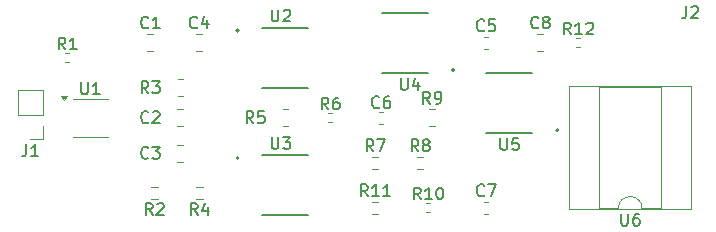
<source format=gbr>
%TF.GenerationSoftware,KiCad,Pcbnew,8.0.4*%
%TF.CreationDate,2024-11-18T10:18:22-08:00*%
%TF.ProjectId,Channel,4368616e-6e65-46c2-9e6b-696361645f70,rev?*%
%TF.SameCoordinates,Original*%
%TF.FileFunction,Legend,Top*%
%TF.FilePolarity,Positive*%
%FSLAX46Y46*%
G04 Gerber Fmt 4.6, Leading zero omitted, Abs format (unit mm)*
G04 Created by KiCad (PCBNEW 8.0.4) date 2024-11-18 10:18:22*
%MOMM*%
%LPD*%
G01*
G04 APERTURE LIST*
%ADD10C,0.150000*%
%ADD11C,0.120000*%
%ADD12C,0.127000*%
%ADD13C,0.200000*%
G04 APERTURE END LIST*
D10*
X135556666Y-71844819D02*
X135556666Y-72559104D01*
X135556666Y-72559104D02*
X135509047Y-72701961D01*
X135509047Y-72701961D02*
X135413809Y-72797200D01*
X135413809Y-72797200D02*
X135270952Y-72844819D01*
X135270952Y-72844819D02*
X135175714Y-72844819D01*
X135985238Y-71940057D02*
X136032857Y-71892438D01*
X136032857Y-71892438D02*
X136128095Y-71844819D01*
X136128095Y-71844819D02*
X136366190Y-71844819D01*
X136366190Y-71844819D02*
X136461428Y-71892438D01*
X136461428Y-71892438D02*
X136509047Y-71940057D01*
X136509047Y-71940057D02*
X136556666Y-72035295D01*
X136556666Y-72035295D02*
X136556666Y-72130533D01*
X136556666Y-72130533D02*
X136509047Y-72273390D01*
X136509047Y-72273390D02*
X135937619Y-72844819D01*
X135937619Y-72844819D02*
X136556666Y-72844819D01*
X130038095Y-89404819D02*
X130038095Y-90214342D01*
X130038095Y-90214342D02*
X130085714Y-90309580D01*
X130085714Y-90309580D02*
X130133333Y-90357200D01*
X130133333Y-90357200D02*
X130228571Y-90404819D01*
X130228571Y-90404819D02*
X130419047Y-90404819D01*
X130419047Y-90404819D02*
X130514285Y-90357200D01*
X130514285Y-90357200D02*
X130561904Y-90309580D01*
X130561904Y-90309580D02*
X130609523Y-90214342D01*
X130609523Y-90214342D02*
X130609523Y-89404819D01*
X131514285Y-89404819D02*
X131323809Y-89404819D01*
X131323809Y-89404819D02*
X131228571Y-89452438D01*
X131228571Y-89452438D02*
X131180952Y-89500057D01*
X131180952Y-89500057D02*
X131085714Y-89642914D01*
X131085714Y-89642914D02*
X131038095Y-89833390D01*
X131038095Y-89833390D02*
X131038095Y-90214342D01*
X131038095Y-90214342D02*
X131085714Y-90309580D01*
X131085714Y-90309580D02*
X131133333Y-90357200D01*
X131133333Y-90357200D02*
X131228571Y-90404819D01*
X131228571Y-90404819D02*
X131419047Y-90404819D01*
X131419047Y-90404819D02*
X131514285Y-90357200D01*
X131514285Y-90357200D02*
X131561904Y-90309580D01*
X131561904Y-90309580D02*
X131609523Y-90214342D01*
X131609523Y-90214342D02*
X131609523Y-89976247D01*
X131609523Y-89976247D02*
X131561904Y-89881009D01*
X131561904Y-89881009D02*
X131514285Y-89833390D01*
X131514285Y-89833390D02*
X131419047Y-89785771D01*
X131419047Y-89785771D02*
X131228571Y-89785771D01*
X131228571Y-89785771D02*
X131133333Y-89833390D01*
X131133333Y-89833390D02*
X131085714Y-89881009D01*
X131085714Y-89881009D02*
X131038095Y-89976247D01*
X118438333Y-87829580D02*
X118390714Y-87877200D01*
X118390714Y-87877200D02*
X118247857Y-87924819D01*
X118247857Y-87924819D02*
X118152619Y-87924819D01*
X118152619Y-87924819D02*
X118009762Y-87877200D01*
X118009762Y-87877200D02*
X117914524Y-87781961D01*
X117914524Y-87781961D02*
X117866905Y-87686723D01*
X117866905Y-87686723D02*
X117819286Y-87496247D01*
X117819286Y-87496247D02*
X117819286Y-87353390D01*
X117819286Y-87353390D02*
X117866905Y-87162914D01*
X117866905Y-87162914D02*
X117914524Y-87067676D01*
X117914524Y-87067676D02*
X118009762Y-86972438D01*
X118009762Y-86972438D02*
X118152619Y-86924819D01*
X118152619Y-86924819D02*
X118247857Y-86924819D01*
X118247857Y-86924819D02*
X118390714Y-86972438D01*
X118390714Y-86972438D02*
X118438333Y-87020057D01*
X118771667Y-86924819D02*
X119438333Y-86924819D01*
X119438333Y-86924819D02*
X119009762Y-87924819D01*
X84328095Y-78284819D02*
X84328095Y-79094342D01*
X84328095Y-79094342D02*
X84375714Y-79189580D01*
X84375714Y-79189580D02*
X84423333Y-79237200D01*
X84423333Y-79237200D02*
X84518571Y-79284819D01*
X84518571Y-79284819D02*
X84709047Y-79284819D01*
X84709047Y-79284819D02*
X84804285Y-79237200D01*
X84804285Y-79237200D02*
X84851904Y-79189580D01*
X84851904Y-79189580D02*
X84899523Y-79094342D01*
X84899523Y-79094342D02*
X84899523Y-78284819D01*
X85899523Y-79284819D02*
X85328095Y-79284819D01*
X85613809Y-79284819D02*
X85613809Y-78284819D01*
X85613809Y-78284819D02*
X85518571Y-78427676D01*
X85518571Y-78427676D02*
X85423333Y-78522914D01*
X85423333Y-78522914D02*
X85328095Y-78570533D01*
X90003333Y-84649580D02*
X89955714Y-84697200D01*
X89955714Y-84697200D02*
X89812857Y-84744819D01*
X89812857Y-84744819D02*
X89717619Y-84744819D01*
X89717619Y-84744819D02*
X89574762Y-84697200D01*
X89574762Y-84697200D02*
X89479524Y-84601961D01*
X89479524Y-84601961D02*
X89431905Y-84506723D01*
X89431905Y-84506723D02*
X89384286Y-84316247D01*
X89384286Y-84316247D02*
X89384286Y-84173390D01*
X89384286Y-84173390D02*
X89431905Y-83982914D01*
X89431905Y-83982914D02*
X89479524Y-83887676D01*
X89479524Y-83887676D02*
X89574762Y-83792438D01*
X89574762Y-83792438D02*
X89717619Y-83744819D01*
X89717619Y-83744819D02*
X89812857Y-83744819D01*
X89812857Y-83744819D02*
X89955714Y-83792438D01*
X89955714Y-83792438D02*
X90003333Y-83840057D01*
X90336667Y-83744819D02*
X90955714Y-83744819D01*
X90955714Y-83744819D02*
X90622381Y-84125771D01*
X90622381Y-84125771D02*
X90765238Y-84125771D01*
X90765238Y-84125771D02*
X90860476Y-84173390D01*
X90860476Y-84173390D02*
X90908095Y-84221009D01*
X90908095Y-84221009D02*
X90955714Y-84316247D01*
X90955714Y-84316247D02*
X90955714Y-84554342D01*
X90955714Y-84554342D02*
X90908095Y-84649580D01*
X90908095Y-84649580D02*
X90860476Y-84697200D01*
X90860476Y-84697200D02*
X90765238Y-84744819D01*
X90765238Y-84744819D02*
X90479524Y-84744819D01*
X90479524Y-84744819D02*
X90384286Y-84697200D01*
X90384286Y-84697200D02*
X90336667Y-84649580D01*
X90003333Y-81639580D02*
X89955714Y-81687200D01*
X89955714Y-81687200D02*
X89812857Y-81734819D01*
X89812857Y-81734819D02*
X89717619Y-81734819D01*
X89717619Y-81734819D02*
X89574762Y-81687200D01*
X89574762Y-81687200D02*
X89479524Y-81591961D01*
X89479524Y-81591961D02*
X89431905Y-81496723D01*
X89431905Y-81496723D02*
X89384286Y-81306247D01*
X89384286Y-81306247D02*
X89384286Y-81163390D01*
X89384286Y-81163390D02*
X89431905Y-80972914D01*
X89431905Y-80972914D02*
X89479524Y-80877676D01*
X89479524Y-80877676D02*
X89574762Y-80782438D01*
X89574762Y-80782438D02*
X89717619Y-80734819D01*
X89717619Y-80734819D02*
X89812857Y-80734819D01*
X89812857Y-80734819D02*
X89955714Y-80782438D01*
X89955714Y-80782438D02*
X90003333Y-80830057D01*
X90384286Y-80830057D02*
X90431905Y-80782438D01*
X90431905Y-80782438D02*
X90527143Y-80734819D01*
X90527143Y-80734819D02*
X90765238Y-80734819D01*
X90765238Y-80734819D02*
X90860476Y-80782438D01*
X90860476Y-80782438D02*
X90908095Y-80830057D01*
X90908095Y-80830057D02*
X90955714Y-80925295D01*
X90955714Y-80925295D02*
X90955714Y-81020533D01*
X90955714Y-81020533D02*
X90908095Y-81163390D01*
X90908095Y-81163390D02*
X90336667Y-81734819D01*
X90336667Y-81734819D02*
X90955714Y-81734819D01*
X90003333Y-73609580D02*
X89955714Y-73657200D01*
X89955714Y-73657200D02*
X89812857Y-73704819D01*
X89812857Y-73704819D02*
X89717619Y-73704819D01*
X89717619Y-73704819D02*
X89574762Y-73657200D01*
X89574762Y-73657200D02*
X89479524Y-73561961D01*
X89479524Y-73561961D02*
X89431905Y-73466723D01*
X89431905Y-73466723D02*
X89384286Y-73276247D01*
X89384286Y-73276247D02*
X89384286Y-73133390D01*
X89384286Y-73133390D02*
X89431905Y-72942914D01*
X89431905Y-72942914D02*
X89479524Y-72847676D01*
X89479524Y-72847676D02*
X89574762Y-72752438D01*
X89574762Y-72752438D02*
X89717619Y-72704819D01*
X89717619Y-72704819D02*
X89812857Y-72704819D01*
X89812857Y-72704819D02*
X89955714Y-72752438D01*
X89955714Y-72752438D02*
X90003333Y-72800057D01*
X90955714Y-73704819D02*
X90384286Y-73704819D01*
X90670000Y-73704819D02*
X90670000Y-72704819D01*
X90670000Y-72704819D02*
X90574762Y-72847676D01*
X90574762Y-72847676D02*
X90479524Y-72942914D01*
X90479524Y-72942914D02*
X90384286Y-72990533D01*
X100453095Y-82912819D02*
X100453095Y-83722342D01*
X100453095Y-83722342D02*
X100500714Y-83817580D01*
X100500714Y-83817580D02*
X100548333Y-83865200D01*
X100548333Y-83865200D02*
X100643571Y-83912819D01*
X100643571Y-83912819D02*
X100834047Y-83912819D01*
X100834047Y-83912819D02*
X100929285Y-83865200D01*
X100929285Y-83865200D02*
X100976904Y-83817580D01*
X100976904Y-83817580D02*
X101024523Y-83722342D01*
X101024523Y-83722342D02*
X101024523Y-82912819D01*
X101405476Y-82912819D02*
X102024523Y-82912819D01*
X102024523Y-82912819D02*
X101691190Y-83293771D01*
X101691190Y-83293771D02*
X101834047Y-83293771D01*
X101834047Y-83293771D02*
X101929285Y-83341390D01*
X101929285Y-83341390D02*
X101976904Y-83389009D01*
X101976904Y-83389009D02*
X102024523Y-83484247D01*
X102024523Y-83484247D02*
X102024523Y-83722342D01*
X102024523Y-83722342D02*
X101976904Y-83817580D01*
X101976904Y-83817580D02*
X101929285Y-83865200D01*
X101929285Y-83865200D02*
X101834047Y-83912819D01*
X101834047Y-83912819D02*
X101548333Y-83912819D01*
X101548333Y-83912819D02*
X101453095Y-83865200D01*
X101453095Y-83865200D02*
X101405476Y-83817580D01*
X90360833Y-89514819D02*
X90027500Y-89038628D01*
X89789405Y-89514819D02*
X89789405Y-88514819D01*
X89789405Y-88514819D02*
X90170357Y-88514819D01*
X90170357Y-88514819D02*
X90265595Y-88562438D01*
X90265595Y-88562438D02*
X90313214Y-88610057D01*
X90313214Y-88610057D02*
X90360833Y-88705295D01*
X90360833Y-88705295D02*
X90360833Y-88848152D01*
X90360833Y-88848152D02*
X90313214Y-88943390D01*
X90313214Y-88943390D02*
X90265595Y-88991009D01*
X90265595Y-88991009D02*
X90170357Y-89038628D01*
X90170357Y-89038628D02*
X89789405Y-89038628D01*
X90741786Y-88610057D02*
X90789405Y-88562438D01*
X90789405Y-88562438D02*
X90884643Y-88514819D01*
X90884643Y-88514819D02*
X91122738Y-88514819D01*
X91122738Y-88514819D02*
X91217976Y-88562438D01*
X91217976Y-88562438D02*
X91265595Y-88610057D01*
X91265595Y-88610057D02*
X91313214Y-88705295D01*
X91313214Y-88705295D02*
X91313214Y-88800533D01*
X91313214Y-88800533D02*
X91265595Y-88943390D01*
X91265595Y-88943390D02*
X90694167Y-89514819D01*
X90694167Y-89514819D02*
X91313214Y-89514819D01*
X105243333Y-80564819D02*
X104910000Y-80088628D01*
X104671905Y-80564819D02*
X104671905Y-79564819D01*
X104671905Y-79564819D02*
X105052857Y-79564819D01*
X105052857Y-79564819D02*
X105148095Y-79612438D01*
X105148095Y-79612438D02*
X105195714Y-79660057D01*
X105195714Y-79660057D02*
X105243333Y-79755295D01*
X105243333Y-79755295D02*
X105243333Y-79898152D01*
X105243333Y-79898152D02*
X105195714Y-79993390D01*
X105195714Y-79993390D02*
X105148095Y-80041009D01*
X105148095Y-80041009D02*
X105052857Y-80088628D01*
X105052857Y-80088628D02*
X104671905Y-80088628D01*
X106100476Y-79564819D02*
X105910000Y-79564819D01*
X105910000Y-79564819D02*
X105814762Y-79612438D01*
X105814762Y-79612438D02*
X105767143Y-79660057D01*
X105767143Y-79660057D02*
X105671905Y-79802914D01*
X105671905Y-79802914D02*
X105624286Y-79993390D01*
X105624286Y-79993390D02*
X105624286Y-80374342D01*
X105624286Y-80374342D02*
X105671905Y-80469580D01*
X105671905Y-80469580D02*
X105719524Y-80517200D01*
X105719524Y-80517200D02*
X105814762Y-80564819D01*
X105814762Y-80564819D02*
X106005238Y-80564819D01*
X106005238Y-80564819D02*
X106100476Y-80517200D01*
X106100476Y-80517200D02*
X106148095Y-80469580D01*
X106148095Y-80469580D02*
X106195714Y-80374342D01*
X106195714Y-80374342D02*
X106195714Y-80136247D01*
X106195714Y-80136247D02*
X106148095Y-80041009D01*
X106148095Y-80041009D02*
X106100476Y-79993390D01*
X106100476Y-79993390D02*
X106005238Y-79945771D01*
X106005238Y-79945771D02*
X105814762Y-79945771D01*
X105814762Y-79945771D02*
X105719524Y-79993390D01*
X105719524Y-79993390D02*
X105671905Y-80041009D01*
X105671905Y-80041009D02*
X105624286Y-80136247D01*
X82980833Y-75484819D02*
X82647500Y-75008628D01*
X82409405Y-75484819D02*
X82409405Y-74484819D01*
X82409405Y-74484819D02*
X82790357Y-74484819D01*
X82790357Y-74484819D02*
X82885595Y-74532438D01*
X82885595Y-74532438D02*
X82933214Y-74580057D01*
X82933214Y-74580057D02*
X82980833Y-74675295D01*
X82980833Y-74675295D02*
X82980833Y-74818152D01*
X82980833Y-74818152D02*
X82933214Y-74913390D01*
X82933214Y-74913390D02*
X82885595Y-74961009D01*
X82885595Y-74961009D02*
X82790357Y-75008628D01*
X82790357Y-75008628D02*
X82409405Y-75008628D01*
X83933214Y-75484819D02*
X83361786Y-75484819D01*
X83647500Y-75484819D02*
X83647500Y-74484819D01*
X83647500Y-74484819D02*
X83552262Y-74627676D01*
X83552262Y-74627676D02*
X83457024Y-74722914D01*
X83457024Y-74722914D02*
X83361786Y-74770533D01*
X100453095Y-72117819D02*
X100453095Y-72927342D01*
X100453095Y-72927342D02*
X100500714Y-73022580D01*
X100500714Y-73022580D02*
X100548333Y-73070200D01*
X100548333Y-73070200D02*
X100643571Y-73117819D01*
X100643571Y-73117819D02*
X100834047Y-73117819D01*
X100834047Y-73117819D02*
X100929285Y-73070200D01*
X100929285Y-73070200D02*
X100976904Y-73022580D01*
X100976904Y-73022580D02*
X101024523Y-72927342D01*
X101024523Y-72927342D02*
X101024523Y-72117819D01*
X101453095Y-72213057D02*
X101500714Y-72165438D01*
X101500714Y-72165438D02*
X101595952Y-72117819D01*
X101595952Y-72117819D02*
X101834047Y-72117819D01*
X101834047Y-72117819D02*
X101929285Y-72165438D01*
X101929285Y-72165438D02*
X101976904Y-72213057D01*
X101976904Y-72213057D02*
X102024523Y-72308295D01*
X102024523Y-72308295D02*
X102024523Y-72403533D01*
X102024523Y-72403533D02*
X101976904Y-72546390D01*
X101976904Y-72546390D02*
X101405476Y-73117819D01*
X101405476Y-73117819D02*
X102024523Y-73117819D01*
X108577142Y-87924819D02*
X108243809Y-87448628D01*
X108005714Y-87924819D02*
X108005714Y-86924819D01*
X108005714Y-86924819D02*
X108386666Y-86924819D01*
X108386666Y-86924819D02*
X108481904Y-86972438D01*
X108481904Y-86972438D02*
X108529523Y-87020057D01*
X108529523Y-87020057D02*
X108577142Y-87115295D01*
X108577142Y-87115295D02*
X108577142Y-87258152D01*
X108577142Y-87258152D02*
X108529523Y-87353390D01*
X108529523Y-87353390D02*
X108481904Y-87401009D01*
X108481904Y-87401009D02*
X108386666Y-87448628D01*
X108386666Y-87448628D02*
X108005714Y-87448628D01*
X109529523Y-87924819D02*
X108958095Y-87924819D01*
X109243809Y-87924819D02*
X109243809Y-86924819D01*
X109243809Y-86924819D02*
X109148571Y-87067676D01*
X109148571Y-87067676D02*
X109053333Y-87162914D01*
X109053333Y-87162914D02*
X108958095Y-87210533D01*
X110481904Y-87924819D02*
X109910476Y-87924819D01*
X110196190Y-87924819D02*
X110196190Y-86924819D01*
X110196190Y-86924819D02*
X110100952Y-87067676D01*
X110100952Y-87067676D02*
X110005714Y-87162914D01*
X110005714Y-87162914D02*
X109910476Y-87210533D01*
X94133333Y-73609580D02*
X94085714Y-73657200D01*
X94085714Y-73657200D02*
X93942857Y-73704819D01*
X93942857Y-73704819D02*
X93847619Y-73704819D01*
X93847619Y-73704819D02*
X93704762Y-73657200D01*
X93704762Y-73657200D02*
X93609524Y-73561961D01*
X93609524Y-73561961D02*
X93561905Y-73466723D01*
X93561905Y-73466723D02*
X93514286Y-73276247D01*
X93514286Y-73276247D02*
X93514286Y-73133390D01*
X93514286Y-73133390D02*
X93561905Y-72942914D01*
X93561905Y-72942914D02*
X93609524Y-72847676D01*
X93609524Y-72847676D02*
X93704762Y-72752438D01*
X93704762Y-72752438D02*
X93847619Y-72704819D01*
X93847619Y-72704819D02*
X93942857Y-72704819D01*
X93942857Y-72704819D02*
X94085714Y-72752438D01*
X94085714Y-72752438D02*
X94133333Y-72800057D01*
X94990476Y-73038152D02*
X94990476Y-73704819D01*
X94752381Y-72657200D02*
X94514286Y-73371485D01*
X94514286Y-73371485D02*
X95133333Y-73371485D01*
X109053333Y-84114819D02*
X108720000Y-83638628D01*
X108481905Y-84114819D02*
X108481905Y-83114819D01*
X108481905Y-83114819D02*
X108862857Y-83114819D01*
X108862857Y-83114819D02*
X108958095Y-83162438D01*
X108958095Y-83162438D02*
X109005714Y-83210057D01*
X109005714Y-83210057D02*
X109053333Y-83305295D01*
X109053333Y-83305295D02*
X109053333Y-83448152D01*
X109053333Y-83448152D02*
X109005714Y-83543390D01*
X109005714Y-83543390D02*
X108958095Y-83591009D01*
X108958095Y-83591009D02*
X108862857Y-83638628D01*
X108862857Y-83638628D02*
X108481905Y-83638628D01*
X109386667Y-83114819D02*
X110053333Y-83114819D01*
X110053333Y-83114819D02*
X109624762Y-84114819D01*
X125759642Y-74214819D02*
X125426309Y-73738628D01*
X125188214Y-74214819D02*
X125188214Y-73214819D01*
X125188214Y-73214819D02*
X125569166Y-73214819D01*
X125569166Y-73214819D02*
X125664404Y-73262438D01*
X125664404Y-73262438D02*
X125712023Y-73310057D01*
X125712023Y-73310057D02*
X125759642Y-73405295D01*
X125759642Y-73405295D02*
X125759642Y-73548152D01*
X125759642Y-73548152D02*
X125712023Y-73643390D01*
X125712023Y-73643390D02*
X125664404Y-73691009D01*
X125664404Y-73691009D02*
X125569166Y-73738628D01*
X125569166Y-73738628D02*
X125188214Y-73738628D01*
X126712023Y-74214819D02*
X126140595Y-74214819D01*
X126426309Y-74214819D02*
X126426309Y-73214819D01*
X126426309Y-73214819D02*
X126331071Y-73357676D01*
X126331071Y-73357676D02*
X126235833Y-73452914D01*
X126235833Y-73452914D02*
X126140595Y-73500533D01*
X127092976Y-73310057D02*
X127140595Y-73262438D01*
X127140595Y-73262438D02*
X127235833Y-73214819D01*
X127235833Y-73214819D02*
X127473928Y-73214819D01*
X127473928Y-73214819D02*
X127569166Y-73262438D01*
X127569166Y-73262438D02*
X127616785Y-73310057D01*
X127616785Y-73310057D02*
X127664404Y-73405295D01*
X127664404Y-73405295D02*
X127664404Y-73500533D01*
X127664404Y-73500533D02*
X127616785Y-73643390D01*
X127616785Y-73643390D02*
X127045357Y-74214819D01*
X127045357Y-74214819D02*
X127664404Y-74214819D01*
X79676666Y-83524819D02*
X79676666Y-84239104D01*
X79676666Y-84239104D02*
X79629047Y-84381961D01*
X79629047Y-84381961D02*
X79533809Y-84477200D01*
X79533809Y-84477200D02*
X79390952Y-84524819D01*
X79390952Y-84524819D02*
X79295714Y-84524819D01*
X80676666Y-84524819D02*
X80105238Y-84524819D01*
X80390952Y-84524819D02*
X80390952Y-83524819D01*
X80390952Y-83524819D02*
X80295714Y-83667676D01*
X80295714Y-83667676D02*
X80200476Y-83762914D01*
X80200476Y-83762914D02*
X80105238Y-83810533D01*
X98893333Y-81734819D02*
X98560000Y-81258628D01*
X98321905Y-81734819D02*
X98321905Y-80734819D01*
X98321905Y-80734819D02*
X98702857Y-80734819D01*
X98702857Y-80734819D02*
X98798095Y-80782438D01*
X98798095Y-80782438D02*
X98845714Y-80830057D01*
X98845714Y-80830057D02*
X98893333Y-80925295D01*
X98893333Y-80925295D02*
X98893333Y-81068152D01*
X98893333Y-81068152D02*
X98845714Y-81163390D01*
X98845714Y-81163390D02*
X98798095Y-81211009D01*
X98798095Y-81211009D02*
X98702857Y-81258628D01*
X98702857Y-81258628D02*
X98321905Y-81258628D01*
X99798095Y-80734819D02*
X99321905Y-80734819D01*
X99321905Y-80734819D02*
X99274286Y-81211009D01*
X99274286Y-81211009D02*
X99321905Y-81163390D01*
X99321905Y-81163390D02*
X99417143Y-81115771D01*
X99417143Y-81115771D02*
X99655238Y-81115771D01*
X99655238Y-81115771D02*
X99750476Y-81163390D01*
X99750476Y-81163390D02*
X99798095Y-81211009D01*
X99798095Y-81211009D02*
X99845714Y-81306247D01*
X99845714Y-81306247D02*
X99845714Y-81544342D01*
X99845714Y-81544342D02*
X99798095Y-81639580D01*
X99798095Y-81639580D02*
X99750476Y-81687200D01*
X99750476Y-81687200D02*
X99655238Y-81734819D01*
X99655238Y-81734819D02*
X99417143Y-81734819D01*
X99417143Y-81734819D02*
X99321905Y-81687200D01*
X99321905Y-81687200D02*
X99274286Y-81639580D01*
X94170833Y-89514819D02*
X93837500Y-89038628D01*
X93599405Y-89514819D02*
X93599405Y-88514819D01*
X93599405Y-88514819D02*
X93980357Y-88514819D01*
X93980357Y-88514819D02*
X94075595Y-88562438D01*
X94075595Y-88562438D02*
X94123214Y-88610057D01*
X94123214Y-88610057D02*
X94170833Y-88705295D01*
X94170833Y-88705295D02*
X94170833Y-88848152D01*
X94170833Y-88848152D02*
X94123214Y-88943390D01*
X94123214Y-88943390D02*
X94075595Y-88991009D01*
X94075595Y-88991009D02*
X93980357Y-89038628D01*
X93980357Y-89038628D02*
X93599405Y-89038628D01*
X95027976Y-88848152D02*
X95027976Y-89514819D01*
X94789881Y-88467200D02*
X94551786Y-89181485D01*
X94551786Y-89181485D02*
X95170833Y-89181485D01*
X123023333Y-73609580D02*
X122975714Y-73657200D01*
X122975714Y-73657200D02*
X122832857Y-73704819D01*
X122832857Y-73704819D02*
X122737619Y-73704819D01*
X122737619Y-73704819D02*
X122594762Y-73657200D01*
X122594762Y-73657200D02*
X122499524Y-73561961D01*
X122499524Y-73561961D02*
X122451905Y-73466723D01*
X122451905Y-73466723D02*
X122404286Y-73276247D01*
X122404286Y-73276247D02*
X122404286Y-73133390D01*
X122404286Y-73133390D02*
X122451905Y-72942914D01*
X122451905Y-72942914D02*
X122499524Y-72847676D01*
X122499524Y-72847676D02*
X122594762Y-72752438D01*
X122594762Y-72752438D02*
X122737619Y-72704819D01*
X122737619Y-72704819D02*
X122832857Y-72704819D01*
X122832857Y-72704819D02*
X122975714Y-72752438D01*
X122975714Y-72752438D02*
X123023333Y-72800057D01*
X123594762Y-73133390D02*
X123499524Y-73085771D01*
X123499524Y-73085771D02*
X123451905Y-73038152D01*
X123451905Y-73038152D02*
X123404286Y-72942914D01*
X123404286Y-72942914D02*
X123404286Y-72895295D01*
X123404286Y-72895295D02*
X123451905Y-72800057D01*
X123451905Y-72800057D02*
X123499524Y-72752438D01*
X123499524Y-72752438D02*
X123594762Y-72704819D01*
X123594762Y-72704819D02*
X123785238Y-72704819D01*
X123785238Y-72704819D02*
X123880476Y-72752438D01*
X123880476Y-72752438D02*
X123928095Y-72800057D01*
X123928095Y-72800057D02*
X123975714Y-72895295D01*
X123975714Y-72895295D02*
X123975714Y-72942914D01*
X123975714Y-72942914D02*
X123928095Y-73038152D01*
X123928095Y-73038152D02*
X123880476Y-73085771D01*
X123880476Y-73085771D02*
X123785238Y-73133390D01*
X123785238Y-73133390D02*
X123594762Y-73133390D01*
X123594762Y-73133390D02*
X123499524Y-73181009D01*
X123499524Y-73181009D02*
X123451905Y-73228628D01*
X123451905Y-73228628D02*
X123404286Y-73323866D01*
X123404286Y-73323866D02*
X123404286Y-73514342D01*
X123404286Y-73514342D02*
X123451905Y-73609580D01*
X123451905Y-73609580D02*
X123499524Y-73657200D01*
X123499524Y-73657200D02*
X123594762Y-73704819D01*
X123594762Y-73704819D02*
X123785238Y-73704819D01*
X123785238Y-73704819D02*
X123880476Y-73657200D01*
X123880476Y-73657200D02*
X123928095Y-73609580D01*
X123928095Y-73609580D02*
X123975714Y-73514342D01*
X123975714Y-73514342D02*
X123975714Y-73323866D01*
X123975714Y-73323866D02*
X123928095Y-73228628D01*
X123928095Y-73228628D02*
X123880476Y-73181009D01*
X123880476Y-73181009D02*
X123785238Y-73133390D01*
X111383095Y-77921819D02*
X111383095Y-78731342D01*
X111383095Y-78731342D02*
X111430714Y-78826580D01*
X111430714Y-78826580D02*
X111478333Y-78874200D01*
X111478333Y-78874200D02*
X111573571Y-78921819D01*
X111573571Y-78921819D02*
X111764047Y-78921819D01*
X111764047Y-78921819D02*
X111859285Y-78874200D01*
X111859285Y-78874200D02*
X111906904Y-78826580D01*
X111906904Y-78826580D02*
X111954523Y-78731342D01*
X111954523Y-78731342D02*
X111954523Y-77921819D01*
X112859285Y-78255152D02*
X112859285Y-78921819D01*
X112621190Y-77874200D02*
X112383095Y-78588485D01*
X112383095Y-78588485D02*
X113002142Y-78588485D01*
X113059642Y-88184819D02*
X112726309Y-87708628D01*
X112488214Y-88184819D02*
X112488214Y-87184819D01*
X112488214Y-87184819D02*
X112869166Y-87184819D01*
X112869166Y-87184819D02*
X112964404Y-87232438D01*
X112964404Y-87232438D02*
X113012023Y-87280057D01*
X113012023Y-87280057D02*
X113059642Y-87375295D01*
X113059642Y-87375295D02*
X113059642Y-87518152D01*
X113059642Y-87518152D02*
X113012023Y-87613390D01*
X113012023Y-87613390D02*
X112964404Y-87661009D01*
X112964404Y-87661009D02*
X112869166Y-87708628D01*
X112869166Y-87708628D02*
X112488214Y-87708628D01*
X114012023Y-88184819D02*
X113440595Y-88184819D01*
X113726309Y-88184819D02*
X113726309Y-87184819D01*
X113726309Y-87184819D02*
X113631071Y-87327676D01*
X113631071Y-87327676D02*
X113535833Y-87422914D01*
X113535833Y-87422914D02*
X113440595Y-87470533D01*
X114631071Y-87184819D02*
X114726309Y-87184819D01*
X114726309Y-87184819D02*
X114821547Y-87232438D01*
X114821547Y-87232438D02*
X114869166Y-87280057D01*
X114869166Y-87280057D02*
X114916785Y-87375295D01*
X114916785Y-87375295D02*
X114964404Y-87565771D01*
X114964404Y-87565771D02*
X114964404Y-87803866D01*
X114964404Y-87803866D02*
X114916785Y-87994342D01*
X114916785Y-87994342D02*
X114869166Y-88089580D01*
X114869166Y-88089580D02*
X114821547Y-88137200D01*
X114821547Y-88137200D02*
X114726309Y-88184819D01*
X114726309Y-88184819D02*
X114631071Y-88184819D01*
X114631071Y-88184819D02*
X114535833Y-88137200D01*
X114535833Y-88137200D02*
X114488214Y-88089580D01*
X114488214Y-88089580D02*
X114440595Y-87994342D01*
X114440595Y-87994342D02*
X114392976Y-87803866D01*
X114392976Y-87803866D02*
X114392976Y-87565771D01*
X114392976Y-87565771D02*
X114440595Y-87375295D01*
X114440595Y-87375295D02*
X114488214Y-87280057D01*
X114488214Y-87280057D02*
X114535833Y-87232438D01*
X114535833Y-87232438D02*
X114631071Y-87184819D01*
X113853333Y-80084819D02*
X113520000Y-79608628D01*
X113281905Y-80084819D02*
X113281905Y-79084819D01*
X113281905Y-79084819D02*
X113662857Y-79084819D01*
X113662857Y-79084819D02*
X113758095Y-79132438D01*
X113758095Y-79132438D02*
X113805714Y-79180057D01*
X113805714Y-79180057D02*
X113853333Y-79275295D01*
X113853333Y-79275295D02*
X113853333Y-79418152D01*
X113853333Y-79418152D02*
X113805714Y-79513390D01*
X113805714Y-79513390D02*
X113758095Y-79561009D01*
X113758095Y-79561009D02*
X113662857Y-79608628D01*
X113662857Y-79608628D02*
X113281905Y-79608628D01*
X114329524Y-80084819D02*
X114520000Y-80084819D01*
X114520000Y-80084819D02*
X114615238Y-80037200D01*
X114615238Y-80037200D02*
X114662857Y-79989580D01*
X114662857Y-79989580D02*
X114758095Y-79846723D01*
X114758095Y-79846723D02*
X114805714Y-79656247D01*
X114805714Y-79656247D02*
X114805714Y-79275295D01*
X114805714Y-79275295D02*
X114758095Y-79180057D01*
X114758095Y-79180057D02*
X114710476Y-79132438D01*
X114710476Y-79132438D02*
X114615238Y-79084819D01*
X114615238Y-79084819D02*
X114424762Y-79084819D01*
X114424762Y-79084819D02*
X114329524Y-79132438D01*
X114329524Y-79132438D02*
X114281905Y-79180057D01*
X114281905Y-79180057D02*
X114234286Y-79275295D01*
X114234286Y-79275295D02*
X114234286Y-79513390D01*
X114234286Y-79513390D02*
X114281905Y-79608628D01*
X114281905Y-79608628D02*
X114329524Y-79656247D01*
X114329524Y-79656247D02*
X114424762Y-79703866D01*
X114424762Y-79703866D02*
X114615238Y-79703866D01*
X114615238Y-79703866D02*
X114710476Y-79656247D01*
X114710476Y-79656247D02*
X114758095Y-79608628D01*
X114758095Y-79608628D02*
X114805714Y-79513390D01*
X118438333Y-73859580D02*
X118390714Y-73907200D01*
X118390714Y-73907200D02*
X118247857Y-73954819D01*
X118247857Y-73954819D02*
X118152619Y-73954819D01*
X118152619Y-73954819D02*
X118009762Y-73907200D01*
X118009762Y-73907200D02*
X117914524Y-73811961D01*
X117914524Y-73811961D02*
X117866905Y-73716723D01*
X117866905Y-73716723D02*
X117819286Y-73526247D01*
X117819286Y-73526247D02*
X117819286Y-73383390D01*
X117819286Y-73383390D02*
X117866905Y-73192914D01*
X117866905Y-73192914D02*
X117914524Y-73097676D01*
X117914524Y-73097676D02*
X118009762Y-73002438D01*
X118009762Y-73002438D02*
X118152619Y-72954819D01*
X118152619Y-72954819D02*
X118247857Y-72954819D01*
X118247857Y-72954819D02*
X118390714Y-73002438D01*
X118390714Y-73002438D02*
X118438333Y-73050057D01*
X119343095Y-72954819D02*
X118866905Y-72954819D01*
X118866905Y-72954819D02*
X118819286Y-73431009D01*
X118819286Y-73431009D02*
X118866905Y-73383390D01*
X118866905Y-73383390D02*
X118962143Y-73335771D01*
X118962143Y-73335771D02*
X119200238Y-73335771D01*
X119200238Y-73335771D02*
X119295476Y-73383390D01*
X119295476Y-73383390D02*
X119343095Y-73431009D01*
X119343095Y-73431009D02*
X119390714Y-73526247D01*
X119390714Y-73526247D02*
X119390714Y-73764342D01*
X119390714Y-73764342D02*
X119343095Y-73859580D01*
X119343095Y-73859580D02*
X119295476Y-73907200D01*
X119295476Y-73907200D02*
X119200238Y-73954819D01*
X119200238Y-73954819D02*
X118962143Y-73954819D01*
X118962143Y-73954819D02*
X118866905Y-73907200D01*
X118866905Y-73907200D02*
X118819286Y-73859580D01*
X90003333Y-79194819D02*
X89670000Y-78718628D01*
X89431905Y-79194819D02*
X89431905Y-78194819D01*
X89431905Y-78194819D02*
X89812857Y-78194819D01*
X89812857Y-78194819D02*
X89908095Y-78242438D01*
X89908095Y-78242438D02*
X89955714Y-78290057D01*
X89955714Y-78290057D02*
X90003333Y-78385295D01*
X90003333Y-78385295D02*
X90003333Y-78528152D01*
X90003333Y-78528152D02*
X89955714Y-78623390D01*
X89955714Y-78623390D02*
X89908095Y-78671009D01*
X89908095Y-78671009D02*
X89812857Y-78718628D01*
X89812857Y-78718628D02*
X89431905Y-78718628D01*
X90336667Y-78194819D02*
X90955714Y-78194819D01*
X90955714Y-78194819D02*
X90622381Y-78575771D01*
X90622381Y-78575771D02*
X90765238Y-78575771D01*
X90765238Y-78575771D02*
X90860476Y-78623390D01*
X90860476Y-78623390D02*
X90908095Y-78671009D01*
X90908095Y-78671009D02*
X90955714Y-78766247D01*
X90955714Y-78766247D02*
X90955714Y-79004342D01*
X90955714Y-79004342D02*
X90908095Y-79099580D01*
X90908095Y-79099580D02*
X90860476Y-79147200D01*
X90860476Y-79147200D02*
X90765238Y-79194819D01*
X90765238Y-79194819D02*
X90479524Y-79194819D01*
X90479524Y-79194819D02*
X90384286Y-79147200D01*
X90384286Y-79147200D02*
X90336667Y-79099580D01*
X109548333Y-80369580D02*
X109500714Y-80417200D01*
X109500714Y-80417200D02*
X109357857Y-80464819D01*
X109357857Y-80464819D02*
X109262619Y-80464819D01*
X109262619Y-80464819D02*
X109119762Y-80417200D01*
X109119762Y-80417200D02*
X109024524Y-80321961D01*
X109024524Y-80321961D02*
X108976905Y-80226723D01*
X108976905Y-80226723D02*
X108929286Y-80036247D01*
X108929286Y-80036247D02*
X108929286Y-79893390D01*
X108929286Y-79893390D02*
X108976905Y-79702914D01*
X108976905Y-79702914D02*
X109024524Y-79607676D01*
X109024524Y-79607676D02*
X109119762Y-79512438D01*
X109119762Y-79512438D02*
X109262619Y-79464819D01*
X109262619Y-79464819D02*
X109357857Y-79464819D01*
X109357857Y-79464819D02*
X109500714Y-79512438D01*
X109500714Y-79512438D02*
X109548333Y-79560057D01*
X110405476Y-79464819D02*
X110215000Y-79464819D01*
X110215000Y-79464819D02*
X110119762Y-79512438D01*
X110119762Y-79512438D02*
X110072143Y-79560057D01*
X110072143Y-79560057D02*
X109976905Y-79702914D01*
X109976905Y-79702914D02*
X109929286Y-79893390D01*
X109929286Y-79893390D02*
X109929286Y-80274342D01*
X109929286Y-80274342D02*
X109976905Y-80369580D01*
X109976905Y-80369580D02*
X110024524Y-80417200D01*
X110024524Y-80417200D02*
X110119762Y-80464819D01*
X110119762Y-80464819D02*
X110310238Y-80464819D01*
X110310238Y-80464819D02*
X110405476Y-80417200D01*
X110405476Y-80417200D02*
X110453095Y-80369580D01*
X110453095Y-80369580D02*
X110500714Y-80274342D01*
X110500714Y-80274342D02*
X110500714Y-80036247D01*
X110500714Y-80036247D02*
X110453095Y-79941009D01*
X110453095Y-79941009D02*
X110405476Y-79893390D01*
X110405476Y-79893390D02*
X110310238Y-79845771D01*
X110310238Y-79845771D02*
X110119762Y-79845771D01*
X110119762Y-79845771D02*
X110024524Y-79893390D01*
X110024524Y-79893390D02*
X109976905Y-79941009D01*
X109976905Y-79941009D02*
X109929286Y-80036247D01*
X112863333Y-84114819D02*
X112530000Y-83638628D01*
X112291905Y-84114819D02*
X112291905Y-83114819D01*
X112291905Y-83114819D02*
X112672857Y-83114819D01*
X112672857Y-83114819D02*
X112768095Y-83162438D01*
X112768095Y-83162438D02*
X112815714Y-83210057D01*
X112815714Y-83210057D02*
X112863333Y-83305295D01*
X112863333Y-83305295D02*
X112863333Y-83448152D01*
X112863333Y-83448152D02*
X112815714Y-83543390D01*
X112815714Y-83543390D02*
X112768095Y-83591009D01*
X112768095Y-83591009D02*
X112672857Y-83638628D01*
X112672857Y-83638628D02*
X112291905Y-83638628D01*
X113434762Y-83543390D02*
X113339524Y-83495771D01*
X113339524Y-83495771D02*
X113291905Y-83448152D01*
X113291905Y-83448152D02*
X113244286Y-83352914D01*
X113244286Y-83352914D02*
X113244286Y-83305295D01*
X113244286Y-83305295D02*
X113291905Y-83210057D01*
X113291905Y-83210057D02*
X113339524Y-83162438D01*
X113339524Y-83162438D02*
X113434762Y-83114819D01*
X113434762Y-83114819D02*
X113625238Y-83114819D01*
X113625238Y-83114819D02*
X113720476Y-83162438D01*
X113720476Y-83162438D02*
X113768095Y-83210057D01*
X113768095Y-83210057D02*
X113815714Y-83305295D01*
X113815714Y-83305295D02*
X113815714Y-83352914D01*
X113815714Y-83352914D02*
X113768095Y-83448152D01*
X113768095Y-83448152D02*
X113720476Y-83495771D01*
X113720476Y-83495771D02*
X113625238Y-83543390D01*
X113625238Y-83543390D02*
X113434762Y-83543390D01*
X113434762Y-83543390D02*
X113339524Y-83591009D01*
X113339524Y-83591009D02*
X113291905Y-83638628D01*
X113291905Y-83638628D02*
X113244286Y-83733866D01*
X113244286Y-83733866D02*
X113244286Y-83924342D01*
X113244286Y-83924342D02*
X113291905Y-84019580D01*
X113291905Y-84019580D02*
X113339524Y-84067200D01*
X113339524Y-84067200D02*
X113434762Y-84114819D01*
X113434762Y-84114819D02*
X113625238Y-84114819D01*
X113625238Y-84114819D02*
X113720476Y-84067200D01*
X113720476Y-84067200D02*
X113768095Y-84019580D01*
X113768095Y-84019580D02*
X113815714Y-83924342D01*
X113815714Y-83924342D02*
X113815714Y-83733866D01*
X113815714Y-83733866D02*
X113768095Y-83638628D01*
X113768095Y-83638628D02*
X113720476Y-83591009D01*
X113720476Y-83591009D02*
X113625238Y-83543390D01*
X119818095Y-83001819D02*
X119818095Y-83811342D01*
X119818095Y-83811342D02*
X119865714Y-83906580D01*
X119865714Y-83906580D02*
X119913333Y-83954200D01*
X119913333Y-83954200D02*
X120008571Y-84001819D01*
X120008571Y-84001819D02*
X120199047Y-84001819D01*
X120199047Y-84001819D02*
X120294285Y-83954200D01*
X120294285Y-83954200D02*
X120341904Y-83906580D01*
X120341904Y-83906580D02*
X120389523Y-83811342D01*
X120389523Y-83811342D02*
X120389523Y-83001819D01*
X121341904Y-83001819D02*
X120865714Y-83001819D01*
X120865714Y-83001819D02*
X120818095Y-83478009D01*
X120818095Y-83478009D02*
X120865714Y-83430390D01*
X120865714Y-83430390D02*
X120960952Y-83382771D01*
X120960952Y-83382771D02*
X121199047Y-83382771D01*
X121199047Y-83382771D02*
X121294285Y-83430390D01*
X121294285Y-83430390D02*
X121341904Y-83478009D01*
X121341904Y-83478009D02*
X121389523Y-83573247D01*
X121389523Y-83573247D02*
X121389523Y-83811342D01*
X121389523Y-83811342D02*
X121341904Y-83906580D01*
X121341904Y-83906580D02*
X121294285Y-83954200D01*
X121294285Y-83954200D02*
X121199047Y-84001819D01*
X121199047Y-84001819D02*
X120960952Y-84001819D01*
X120960952Y-84001819D02*
X120865714Y-83954200D01*
X120865714Y-83954200D02*
X120818095Y-83906580D01*
D11*
%TO.C,U6*%
X125660000Y-78610000D02*
X125660000Y-89010000D01*
X125660000Y-89010000D02*
X135940000Y-89010000D01*
X128150000Y-78670000D02*
X128150000Y-88950000D01*
X128150000Y-88950000D02*
X129800000Y-88950000D01*
X131800000Y-88950000D02*
X133450000Y-88950000D01*
X133450000Y-78670000D02*
X128150000Y-78670000D01*
X133450000Y-88950000D02*
X133450000Y-78670000D01*
X135940000Y-78610000D02*
X125660000Y-78610000D01*
X135940000Y-89010000D02*
X135940000Y-78610000D01*
X129800000Y-88950000D02*
G75*
G02*
X131800000Y-88950000I1000000J0D01*
G01*
%TO.C,C7*%
X118464420Y-88390000D02*
X118745580Y-88390000D01*
X118464420Y-89410000D02*
X118745580Y-89410000D01*
%TO.C,U1*%
X85090000Y-79670000D02*
X83590000Y-79670000D01*
X85090000Y-79670000D02*
X86590000Y-79670000D01*
X85090000Y-82890000D02*
X83590000Y-82890000D01*
X85090000Y-82890000D02*
X86590000Y-82890000D01*
X82877500Y-79795000D02*
X82637500Y-79465000D01*
X83117500Y-79465000D01*
X82877500Y-79795000D01*
G36*
X82877500Y-79795000D02*
G01*
X82637500Y-79465000D01*
X83117500Y-79465000D01*
X82877500Y-79795000D01*
G37*
%TO.C,C3*%
X92448748Y-83555000D02*
X92971252Y-83555000D01*
X92448748Y-85025000D02*
X92971252Y-85025000D01*
%TO.C,C2*%
X92448748Y-80545000D02*
X92971252Y-80545000D01*
X92448748Y-82015000D02*
X92971252Y-82015000D01*
%TO.C,C1*%
X89908748Y-74195000D02*
X90431252Y-74195000D01*
X89908748Y-75665000D02*
X90431252Y-75665000D01*
D12*
%TO.C,U3*%
X99650000Y-84470000D02*
X103550000Y-84470000D01*
X99650000Y-89520000D02*
X103550000Y-89520000D01*
D13*
X97660000Y-84690000D02*
G75*
G02*
X97460000Y-84690000I-100000J0D01*
G01*
X97460000Y-84690000D02*
G75*
G02*
X97660000Y-84690000I100000J0D01*
G01*
D11*
%TO.C,R2*%
X90782224Y-87107500D02*
X90272776Y-87107500D01*
X90782224Y-88152500D02*
X90272776Y-88152500D01*
%TO.C,R6*%
X105242379Y-80900000D02*
X105577621Y-80900000D01*
X105242379Y-81660000D02*
X105577621Y-81660000D01*
%TO.C,R1*%
X82979879Y-75820000D02*
X83315121Y-75820000D01*
X82979879Y-76580000D02*
X83315121Y-76580000D01*
D12*
%TO.C,U2*%
X99650000Y-73675000D02*
X103550000Y-73675000D01*
X99650000Y-78725000D02*
X103550000Y-78725000D01*
D13*
X97660000Y-73895000D02*
G75*
G02*
X97460000Y-73895000I-100000J0D01*
G01*
X97460000Y-73895000D02*
G75*
G02*
X97660000Y-73895000I100000J0D01*
G01*
D11*
%TO.C,R11*%
X108965276Y-88377500D02*
X109474724Y-88377500D01*
X108965276Y-89422500D02*
X109474724Y-89422500D01*
%TO.C,C4*%
X94038748Y-74195000D02*
X94561252Y-74195000D01*
X94038748Y-75665000D02*
X94561252Y-75665000D01*
%TO.C,R7*%
X108965276Y-84567500D02*
X109474724Y-84567500D01*
X108965276Y-85612500D02*
X109474724Y-85612500D01*
%TO.C,R12*%
X126234879Y-74550000D02*
X126570121Y-74550000D01*
X126234879Y-75310000D02*
X126570121Y-75310000D01*
%TO.C,J1*%
X78950000Y-81010000D02*
X78950000Y-78950000D01*
X81070000Y-78950000D02*
X78950000Y-78950000D01*
X81070000Y-81010000D02*
X78950000Y-81010000D01*
X81070000Y-81010000D02*
X81070000Y-78950000D01*
X81070000Y-82010000D02*
X81070000Y-83070000D01*
X81070000Y-83070000D02*
X80010000Y-83070000D01*
%TO.C,R5*%
X101372936Y-80545000D02*
X101827064Y-80545000D01*
X101372936Y-82015000D02*
X101827064Y-82015000D01*
%TO.C,R4*%
X94592224Y-87107500D02*
X94082776Y-87107500D01*
X94592224Y-88152500D02*
X94082776Y-88152500D01*
%TO.C,C8*%
X122928748Y-74195000D02*
X123451252Y-74195000D01*
X122928748Y-75665000D02*
X123451252Y-75665000D01*
D12*
%TO.C,U4*%
X113710000Y-72405000D02*
X109810000Y-72405000D01*
X113710000Y-77455000D02*
X109810000Y-77455000D01*
D13*
X115900000Y-77235000D02*
G75*
G02*
X115700000Y-77235000I-100000J0D01*
G01*
X115700000Y-77235000D02*
G75*
G02*
X115900000Y-77235000I100000J0D01*
G01*
D11*
%TO.C,R10*%
X113534879Y-88520000D02*
X113870121Y-88520000D01*
X113534879Y-89280000D02*
X113870121Y-89280000D01*
%TO.C,R9*%
X113792936Y-80545000D02*
X114247064Y-80545000D01*
X113792936Y-82015000D02*
X114247064Y-82015000D01*
%TO.C,C5*%
X118464420Y-74420000D02*
X118745580Y-74420000D01*
X118464420Y-75440000D02*
X118745580Y-75440000D01*
%TO.C,R3*%
X92482936Y-78005000D02*
X92937064Y-78005000D01*
X92482936Y-79475000D02*
X92937064Y-79475000D01*
%TO.C,C6*%
X109855580Y-80770000D02*
X109574420Y-80770000D01*
X109855580Y-81790000D02*
X109574420Y-81790000D01*
%TO.C,R8*%
X112775276Y-84567500D02*
X113284724Y-84567500D01*
X112775276Y-85612500D02*
X113284724Y-85612500D01*
D12*
%TO.C,U5*%
X122530000Y-77485000D02*
X118630000Y-77485000D01*
X122530000Y-82535000D02*
X118630000Y-82535000D01*
D13*
X124720000Y-82315000D02*
G75*
G02*
X124520000Y-82315000I-100000J0D01*
G01*
X124520000Y-82315000D02*
G75*
G02*
X124720000Y-82315000I100000J0D01*
G01*
%TD*%
M02*

</source>
